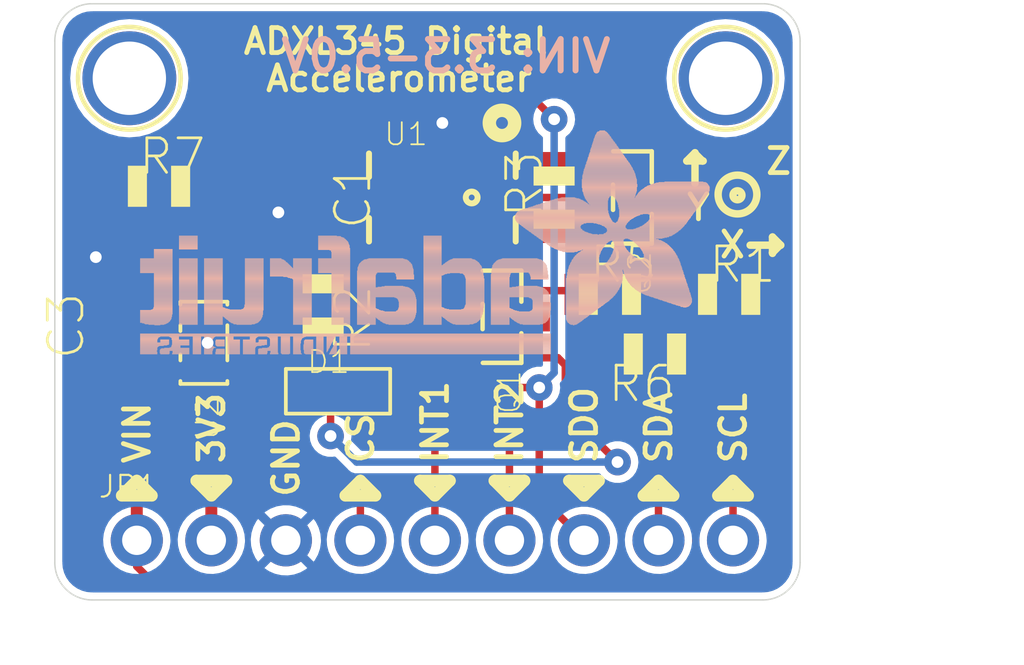
<source format=kicad_pcb>
(kicad_pcb (version 20211014) (generator pcbnew)
  (layers (0 "F.Cu" signal) (31 "B.Cu" signal) (34 "B.Paste" user) (35 "F.Paste" user) (36 "B.SilkS" user "B.Silkscreen") (37 "F.SilkS" user "F.Silkscreen") (38 "B.Mask" user) (39 "F.Mask" user) (44 "Edge.Cuts" user))
  (net 0 "")
  (net 1 "GND")
  (net 2 "CS")
  (net 3 "INT1")
  (net 4 "INT2")
  (net 5 "SCL")
  (net 6 "SDA/SDIO")
  (net 7 "SDO/ADDR")
  (net 8 "3.3V")
  (net 9 "VIN")
  (net 10 "CS_5V")
  (net 11 "SDA/SDIO_5V")
  (net 12 "SCL_5V")
  (footprint "boardEagle:R0805" (layer "F.Cu") (at 139.3571 101.0666)
    (fp_text reference "R7" (at -0.762 -1.016) (layer "F.SilkS") (effects (font (size 1.176528 1.176528) (thickness 0.093472)) (justify left)))
    (fp_text value "10K")
    (pad "1" smd rect (at -1 0) (size 1.1 1.4) (layers "F.Cu" "F.Paste" "F.Mask") (net 1 "GND"))
    (pad "2" smd rect (at 1 0) (size 1.1 1.4) (layers "F.Cu" "F.Paste" "F.Mask") (net 7 "SDO/ADDR"))
  )
  (footprint "boardEagle:MOUNTINGHOLE_2.5_PLATED" (layer "F.Cu") (at 138.3411 97.3836)
    (fp_text reference "U$6" hide)
    (fp_text value "MOUNTINGHOLE2.5" hide)
    (pad "P$1" thru_hole circle (at 0 0) (size 3.2 3.2) (drill 2.5) (layers *.Cu *.Mask))
    (zone (net 0) (net_name "") (layer "B.Cu") (connect_pads (clearance 0)) (min_thickness 0.254)
      (keepout (tracks not_allowed) (vias not_allowed) (pads not_allowed) (copperpour not_allowed) (footprints allowed))
      (fill (thermal_gap 0.508) (thermal_bridge_width 0.508))
      (polygon (pts (xy 140.3571 97.3836) (xy 140.326472 97.033525) (xy 140.23552 96.694087) (xy 140.087007 96.3756) (xy 139.885446 96.08774) (xy 139.63696 95.839254) (xy 139.3491 95.637693) (xy 139.030613 95.48918) (xy 138.691175 95.398228) (xy 138.3411 95.3676) (xy 137.991025 95.398228) (xy 137.651587 95.48918) (xy 137.3331 95.637693) (xy 137.04524 95.839254) (xy 136.796754 96.08774) (xy 136.595193 96.3756) (xy 136.44668 96.694087) (xy 136.355728 97.033525) (xy 136.3251 97.3836) (xy 136.355728 97.733675) (xy 136.44668 98.073113) (xy 136.595193 98.3916) (xy 136.796754 98.67946) (xy 137.04524 98.927946) (xy 137.3331 99.129507) (xy 137.651587 99.27802) (xy 137.991025 99.368972) (xy 138.3411 99.3996) (xy 138.691175 99.368972) (xy 139.030613 99.27802) (xy 139.3491 99.129507) (xy 139.63696 98.927946) (xy 139.885446 98.67946) (xy 140.087007 98.3916) (xy 140.23552 98.073113) (xy 140.326472 97.733675)))
      (polygon (pts (xy 138.3251 97.3836) (xy 138.325343 97.386378) (xy 138.326065 97.389072) (xy 138.327244 97.3916) (xy 138.328843 97.393885) (xy 138.330815 97.395857) (xy 138.3331 97.397456) (xy 138.335628 97.398635) (xy 138.338322 97.399357) (xy 138.3411 97.3996) (xy 138.343878 97.399357) (xy 138.346572 97.398635) (xy 138.3491 97.397456) (xy 138.351385 97.395857) (xy 138.353357 97.393885) (xy 138.354956 97.3916) (xy 138.356135 97.389072) (xy 138.356857 97.386378) (xy 138.3571 97.3836) (xy 138.356857 97.380822) (xy 138.356135 97.378128) (xy 138.354956 97.3756) (xy 138.353357 97.373315) (xy 138.351385 97.371343) (xy 138.3491 97.369744) (xy 138.346572 97.368565) (xy 138.343878 97.367843) (xy 138.3411 97.3676) (xy 138.338322 97.367843) (xy 138.335628 97.368565) (xy 138.3331 97.369744) (xy 138.330815 97.371343) (xy 138.328843 97.373315) (xy 138.327244 97.3756) (xy 138.326065 97.378128) (xy 138.325343 97.380822)))
    )
  )
  (footprint "boardEagle:FIDUCIAL_1MM" (layer "F.Cu") (at 141.7193 97.917)
    (fp_text reference "U$1" hide)
    (fp_text value "FIDUCIAL" hide)
    (pad "1" smd roundrect (at 0 0) (size 1 1) (layers "F.Cu") (roundrect_rratio 0.5))
  )
  (footprint "boardEagle:1X09_ROUND_70" (layer "F.Cu") (at 148.7551 113.1316)
    (fp_text reference "JP1" (at -11.5062 -1.8288) (layer "F.SilkS") (effects (font (size 0.739648 0.739648) (thickness 0.073152)) (justify left)))
    (fp_text value "")
    (pad "1" thru_hole circle (at -10.16 0 90) (size 1.778 1.778) (drill 1) (layers *.Cu *.Mask) (net 9 "VIN"))
    (pad "2" thru_hole circle (at -7.62 0 90) (size 1.778 1.778) (drill 1) (layers *.Cu *.Mask) (net 8 "3.3V"))
    (pad "3" thru_hole circle (at -5.08 0 90) (size 1.778 1.778) (drill 1) (layers *.Cu *.Mask) (net 1 "GND"))
    (pad "4" thru_hole circle (at -2.54 0 90) (size 1.778 1.778) (drill 1) (layers *.Cu *.Mask) (net 10 "CS_5V"))
    (pad "5" thru_hole circle (at 0 0 90) (size 1.778 1.778) (drill 1) (layers *.Cu *.Mask) (net 3 "INT1"))
    (pad "6" thru_hole circle (at 2.54 0 90) (size 1.778 1.778) (drill 1) (layers *.Cu *.Mask) (net 4 "INT2"))
    (pad "7" thru_hole circle (at 5.08 0 90) (size 1.778 1.778) (drill 1) (layers *.Cu *.Mask) (net 7 "SDO/ADDR"))
    (pad "8" thru_hole circle (at 7.62 0 90) (size 1.778 1.778) (drill 1) (layers *.Cu *.Mask) (net 11 "SDA/SDIO_5V"))
    (pad "9" thru_hole circle (at 10.16 0 90) (size 1.778 1.778) (drill 1) (layers *.Cu *.Mask) (net 12 "SCL_5V"))
  )
  (footprint "boardEagle:LGA14" (layer "F.Cu") (at 149.0091 101.4476)
    (fp_text reference "U1" (at -2.032 -2.159) (layer "F.SilkS") (effects (font (size 0.752978 0.752978) (thickness 0.059822)) (justify left)))
    (fp_text value "")
    (pad "1" smd rect (at 2 -1.1) (size 0.5 1.2) (layers "F.Cu" "F.Paste" "F.Mask") (net 8 "3.3V"))
    (pad "2" smd rect (at 1.2 -1.1 180) (size 0.5 1.2) (layers "F.Cu" "F.Paste" "F.Mask") (net 1 "GND"))
    (pad "3" smd rect (at 0.4 -1.1 180) (size 0.5 1.2) (layers "F.Cu" "F.Paste" "F.Mask"))
    (pad "4" smd rect (at -0.4 -1.1 180) (size 0.5 1.2) (layers "F.Cu" "F.Paste" "F.Mask") (net 1 "GND"))
    (pad "5" smd rect (at -1.2 -1.1 180) (size 0.5 1.2) (layers "F.Cu" "F.Paste" "F.Mask") (net 1 "GND"))
    (pad "6" smd rect (at -2 -1.1 180) (size 0.5 1.2) (layers "F.Cu" "F.Paste" "F.Mask") (net 8 "3.3V"))
    (pad "7" smd rect (at -2.1 0 270) (size 0.5 1.2) (layers "F.Cu" "F.Paste" "F.Mask") (net 2 "CS"))
    (pad "8" smd rect (at -2 1.1 180) (size 0.5 1.2) (layers "F.Cu" "F.Paste" "F.Mask") (net 3 "INT1"))
    (pad "9" smd rect (at -1.2 1.1 180) (size 0.5 1.2) (layers "F.Cu" "F.Paste" "F.Mask") (net 4 "INT2"))
    (pad "10" smd rect (at -0.4 1.1) (size 0.5 1.2) (layers "F.Cu" "F.Paste" "F.Mask"))
    (pad "11" smd rect (at 0.4 1.1) (size 0.5 1.2) (layers "F.Cu" "F.Paste" "F.Mask"))
    (pad "12" smd rect (at 1.2 1.1) (size 0.5 1.2) (layers "F.Cu" "F.Paste" "F.Mask") (net 7 "SDO/ADDR"))
    (pad "13" smd rect (at 2 1.1) (size 0.5 1.2) (layers "F.Cu" "F.Paste" "F.Mask") (net 6 "SDA/SDIO"))
    (pad "14" smd rect (at 2.1 0 90) (size 0.5 1.2) (layers "F.Cu" "F.Paste" "F.Mask") (net 5 "SCL"))
  )
  (footprint "boardEagle:R0805" (layer "F.Cu") (at 152.8191 101.4476 90)
    (fp_text reference "R3" (at -0.762 -1.016 90) (layer "F.SilkS") (effects (font (size 1.176528 1.176528) (thickness 0.093472)) (justify left)))
    (fp_text value "10K")
    (pad "1" smd rect (at -1 0 90) (size 1.1 1.4) (layers "F.Cu" "F.Paste" "F.Mask") (net 6 "SDA/SDIO"))
    (pad "2" smd rect (at 1 0 90) (size 1.1 1.4) (layers "F.Cu" "F.Paste" "F.Mask") (net 8 "3.3V"))
  )
  (footprint "boardEagle:SOT23-5" (layer "F.Cu") (at 140.8811 106.4006 -90)
    (fp_text reference "U2" (at 1.778 -0.127 90) (layer "F.SilkS") (effects (font (size 0.752978 0.752978) (thickness 0.059822)) (justify right)))
    (fp_text value "")
    (pad "1" smd rect (at -0.95 1.3001 270) (size 0.55 1.2) (layers "F.Cu" "F.Paste" "F.Mask") (net 9 "VIN"))
    (pad "2" smd rect (at 0 1.3001 270) (size 0.55 1.2) (layers "F.Cu" "F.Paste" "F.Mask") (net 1 "GND"))
    (pad "3" smd rect (at 0.95 1.3001 270) (size 0.55 1.2) (layers "F.Cu" "F.Paste" "F.Mask") (net 9 "VIN"))
    (pad "4" smd rect (at 0.95 -1.3001 270) (size 0.55 1.2) (layers "F.Cu" "F.Paste" "F.Mask"))
    (pad "5" smd rect (at -0.95 -1.3001 270) (size 0.55 1.2) (layers "F.Cu" "F.Paste" "F.Mask") (net 8 "3.3V"))
  )
  (footprint "boardEagle:SOT23-WIDE" (layer "F.Cu") (at 151.0411 105.5116 -90)
    (fp_text reference "Q1" (at 1.778 -0.254 90) (layer "F.SilkS") (effects (font (size 0.752978 0.752978) (thickness 0.059822)) (justify right)))
    (fp_text value "BSS138")
    (pad "1" smd rect (at -0.95 1 270) (size 1 1.27) (layers "F.Cu" "F.Paste" "F.Mask") (net 8 "3.3V"))
    (pad "2" smd rect (at 0.95 1 270) (size 1 1.27) (layers "F.Cu" "F.Paste" "F.Mask") (net 6 "SDA/SDIO"))
    (pad "3" smd rect (at 0 -1 270) (size 1 1.27) (layers "F.Cu" "F.Paste" "F.Mask") (net 11 "SDA/SDIO_5V"))
  )
  (footprint "boardEagle:R0805" (layer "F.Cu") (at 156.2481 106.7816 180)
    (fp_text reference "R6" (at -0.762 -1.016) (layer "F.SilkS") (effects (font (size 1.176528 1.176528) (thickness 0.093472)) (justify right)))
    (fp_text value "10K")
    (pad "1" smd rect (at -1 0 180) (size 1.1 1.4) (layers "F.Cu" "F.Paste" "F.Mask") (net 12 "SCL_5V"))
    (pad "2" smd rect (at 1 0 180) (size 1.1 1.4) (layers "F.Cu" "F.Paste" "F.Mask") (net 9 "VIN"))
  )
  (footprint "boardEagle:R0805" (layer "F.Cu") (at 154.7241 104.7496)
    (fp_text reference "R5" (at -0.762 -1.016) (layer "F.SilkS") (effects (font (size 1.176528 1.176528) (thickness 0.093472)) (justify left)))
    (fp_text value "10K")
    (pad "1" smd rect (at -1 0) (size 1.1 1.4) (layers "F.Cu" "F.Paste" "F.Mask") (net 11 "SDA/SDIO_5V"))
    (pad "2" smd rect (at 1 0) (size 1.1 1.4) (layers "F.Cu" "F.Paste" "F.Mask") (net 9 "VIN"))
  )
  (footprint "boardEagle:MOUNTINGHOLE_2.5_PLATED" (layer "F.Cu") (at 158.6611 97.3836)
    (fp_text reference "U$4" hide)
    (fp_text value "MOUNTINGHOLE2.5" hide)
    (pad "P$1" thru_hole circle (at 0 0) (size 3.2 3.2) (drill 2.5) (layers *.Cu *.Mask))
    (zone (net 0) (net_name "") (layer "B.Cu") (connect_pads (clearance 0)) (min_thickness 0.254)
      (keepout (tracks not_allowed) (vias not_allowed) (pads not_allowed) (copperpour not_allowed) (footprints allowed))
      (fill (thermal_gap 0.508) (thermal_bridge_width 0.508))
      (polygon (pts (xy 160.6771 97.3836) (xy 160.646472 97.033525) (xy 160.55552 96.694087) (xy 160.407007 96.3756) (xy 160.205446 96.08774) (xy 159.95696 95.839254) (xy 159.6691 95.637693) (xy 159.350613 95.48918) (xy 159.011175 95.398228) (xy 158.6611 95.3676) (xy 158.311025 95.398228) (xy 157.971587 95.48918) (xy 157.6531 95.637693) (xy 157.36524 95.839254) (xy 157.116754 96.08774) (xy 156.915193 96.3756) (xy 156.76668 96.694087) (xy 156.675728 97.033525) (xy 156.6451 97.3836) (xy 156.675728 97.733675) (xy 156.76668 98.073113) (xy 156.915193 98.3916) (xy 157.116754 98.67946) (xy 157.36524 98.927946) (xy 157.6531 99.129507) (xy 157.971587 99.27802) (xy 158.311025 99.368972) (xy 158.6611 99.3996) (xy 159.011175 99.368972) (xy 159.350613 99.27802) (xy 159.6691 99.129507) (xy 159.95696 98.927946) (xy 160.205446 98.67946) (xy 160.407007 98.3916) (xy 160.55552 98.073113) (xy 160.646472 97.733675)))
      (polygon (pts (xy 158.6451 97.3836) (xy 158.645343 97.386378) (xy 158.646065 97.389072) (xy 158.647244 97.3916) (xy 158.648843 97.393885) (xy 158.650815 97.395857) (xy 158.6531 97.397456) (xy 158.655628 97.398635) (xy 158.658322 97.399357) (xy 158.6611 97.3996) (xy 158.663878 97.399357) (xy 158.666572 97.398635) (xy 158.6691 97.397456) (xy 158.671385 97.395857) (xy 158.673357 97.393885) (xy 158.674956 97.3916) (xy 158.676135 97.389072) (xy 158.676857 97.386378) (xy 158.6771 97.3836) (xy 158.676857 97.380822) (xy 158.676135 97.378128) (xy 158.674956 97.3756) (xy 158.673357 97.373315) (xy 158.671385 97.371343) (xy 158.6691 97.369744) (xy 158.666572 97.368565) (xy 158.663878 97.367843) (xy 158.6611 97.3676) (xy 158.658322 97.367843) (xy 158.655628 97.368565) (xy 158.6531 97.369744) (xy 158.650815 97.371343) (xy 158.648843 97.373315) (xy 158.647244 97.3756) (xy 158.646065 97.378128) (xy 158.645343 97.380822)))
    )
  )
  (footprint "boardEagle:SOD-323" (layer "F.Cu") (at 145.4531 108.0516)
    (fp_text reference "D1" (at -1.1 -1) (layer "F.SilkS") (effects (font (size 0.752978 0.752978) (thickness 0.059822)) (justify left)))
    (fp_text value "1N4148")
    (pad "A" smd rect (at 1.2 0) (size 0.8 0.8) (layers "F.Cu" "F.Paste" "F.Mask") (net 2 "CS"))
    (pad "C" smd rect (at -1.2 0) (size 0.8 0.8) (layers "F.Cu" "F.Paste" "F.Mask") (net 10 "CS_5V"))
  )
  (footprint "boardEagle:R0805" (layer "F.Cu") (at 144.9451 105.1306 -90)
    (fp_text reference "R2" (at -0.762 -1.016 90) (layer "F.SilkS") (effects (font (size 1.176528 1.176528) (thickness 0.093472)) (justify right)))
    (fp_text value "10K")
    (pad "1" smd rect (at -1 0 270) (size 1.1 1.4) (layers "F.Cu" "F.Paste" "F.Mask") (net 2 "CS"))
    (pad "2" smd rect (at 1 0 270) (size 1.1 1.4) (layers "F.Cu" "F.Paste" "F.Mask") (net 8 "3.3V"))
  )
  (footprint "boardEagle:C0805" (layer "F.Cu") (at 144.9451 101.0666 -90)
    (fp_text reference "C1" (at -0.889 -1.016 90) (layer "F.SilkS") (effects (font (size 1.176528 1.176528) (thickness 0.093472)) (justify right)))
    (fp_text value "0.1uF")
    (pad "1" smd rect (at -0.85 0 270) (size 1.3 1.5) (layers "F.Cu" "F.Paste" "F.Mask") (net 8 "3.3V"))
    (pad "2" smd rect (at 0.85 0 270) (size 1.3 1.5) (layers "F.Cu" "F.Paste" "F.Mask") (net 1 "GND"))
  )
  (footprint "boardEagle:R0805" (layer "F.Cu") (at 158.7881 104.7496)
    (fp_text reference "R1" (at -0.762 -1.016) (layer "F.SilkS") (effects (font (size 1.176528 1.176528) (thickness 0.093472)) (justify left)))
    (fp_text value "10K")
    (pad "1" smd rect (at -1 0) (size 1.1 1.4) (layers "F.Cu" "F.Paste" "F.Mask") (net 5 "SCL"))
    (pad "2" smd rect (at 1 0) (size 1.1 1.4) (layers "F.Cu" "F.Paste" "F.Mask") (net 8 "3.3V"))
  )
  (footprint "boardEagle:SOT23-WIDE" (layer "F.Cu") (at 155.4861 101.4476 -90)
    (fp_text reference "Q2" (at 1.778 -0.254 90) (layer "F.SilkS") (effects (font (size 0.752978 0.752978) (thickness 0.059822)) (justify right)))
    (fp_text value "BSS138")
    (pad "1" smd rect (at -0.95 1 270) (size 1 1.27) (layers "F.Cu" "F.Paste" "F.Mask") (net 8 "3.3V"))
    (pad "2" smd rect (at 0.95 1 270) (size 1 1.27) (layers "F.Cu" "F.Paste" "F.Mask") (net 5 "SCL"))
    (pad "3" smd rect (at 0 -1 270) (size 1 1.27) (layers "F.Cu" "F.Paste" "F.Mask") (net 12 "SCL_5V"))
  )
  (footprint "boardEagle:FIDUCIAL_1MM" (layer "F.Cu") (at 159.5501 107.0356)
    (fp_text reference "U$3" hide)
    (fp_text value "FIDUCIAL" hide)
    (pad "1" smd roundrect (at 0 0) (size 1 1) (layers "F.Cu") (roundrect_rratio 0.5))
  )
  (footprint "boardEagle:C0805" (layer "F.Cu") (at 137.1981 106.1466 90)
    (fp_text reference "C3" (at -0.889 -1.016 90) (layer "F.SilkS") (effects (font (size 1.176528 1.176528) (thickness 0.093472)) (justify left)))
    (fp_text value "10µF")
    (pad "1" smd rect (at -0.85 0 90) (size 1.3 1.5) (layers "F.Cu" "F.Paste" "F.Mask") (net 9 "VIN"))
    (pad "2" smd rect (at 0.85 0 90) (size 1.3 1.5) (layers "F.Cu" "F.Paste" "F.Mask") (net 1 "GND"))
  )
  (footprint "boardEagle:ADAFRUIT_TEXT_20MM" (layer "B.Cu") (at 158.2801 106.7816 180)
    (fp_text reference "U$7" hide)
    (fp_text value "" hide)
  )
  (gr_line (start 157.6197 100.965) (end 157.6197 99.949) (layer "F.SilkS") (width 0.254))
  (gr_line (start 159.4993 103.0732) (end 160.5153 103.0732) (layer "F.SilkS") (width 0.254))
  (gr_line (start 160.5153 103.0732) (end 160.5407 103.0732) (layer "F.SilkS") (width 0.254))
  (gr_line (start 156.8831 111.6076) (end 156.3751 111.0996) (layer "F.SilkS") (width 0.4064))
  (gr_line (start 150.7871 111.0996) (end 151.8031 111.0996) (layer "F.SilkS") (width 0.4064))
  (gr_line (start 138.0871 111.6076) (end 139.1031 111.6076) (layer "F.SilkS") (width 0.4064))
  (gr_line (start 153.8351 111.6076) (end 153.3271 111.0996) (layer "F.SilkS") (width 0.4064))
  (gr_circle (center 159.0675 101.3714) (end 159.0929 101.3714) (layer "F.SilkS") (width 0.254) (fill none))
  (gr_line (start 157.6197 99.949) (end 157.6197 99.9236) (layer "F.SilkS") (width 0.254))
  (gr_line (start 148.7551 111.6076) (end 149.2631 111.0996) (layer "F.SilkS") (width 0.4064))
  (gr_line (start 156.3751 111.0996) (end 155.8671 111.6076) (layer "F.SilkS") (width 0.4064))
  (gr_line (start 148.2471 111.0996) (end 148.7551 111.6076) (layer "F.SilkS") (width 0.4064))
  (gr_line (start 151.8031 111.0996) (end 151.2951 111.6076) (layer "F.SilkS") (width 0.4064))
  (gr_line (start 145.7071 111.6076) (end 146.7231 111.6076) (layer "F.SilkS") (width 0.4064))
  (gr_line (start 140.6271 111.0996) (end 141.6431 111.0996) (layer "F.SilkS") (width 0.4064))
  (gr_line (start 149.2631 111.0996) (end 148.2471 111.0996) (layer "F.SilkS") (width 0.4064))
  (gr_line (start 160.5407 103.0732) (end 160.2613 102.7938) (layer "F.SilkS") (width 0.254))
  (gr_circle (center 151.0411 98.9076) (end 151.2443 98.9076) (layer "F.SilkS") (width 0.4572) (fill none))
  (gr_line (start 157.3403 100.203) (end 157.8737 100.203) (layer "F.SilkS") (width 0.254))
  (gr_line (start 159.4231 111.6076) (end 158.9151 111.0996) (layer "F.SilkS") (width 0.4064))
  (gr_line (start 141.6431 111.0996) (end 141.1351 111.6076) (layer "F.SilkS") (width 0.4064))
  (gr_line (start 158.9151 111.0996) (end 158.4071 111.6076) (layer "F.SilkS") (width 0.4064))
  (gr_line (start 146.2151 111.0996) (end 145.7071 111.6076) (layer "F.SilkS") (width 0.4064))
  (gr_line (start 157.6197 99.9236) (end 157.3403 100.203) (layer "F.SilkS") (width 0.254))
  (gr_line (start 146.7231 111.6076) (end 146.2151 111.0996) (layer "F.SilkS") (width 0.4064))
  (gr_line (start 151.2951 111.6076) (end 150.7871 111.0996) (layer "F.SilkS") (width 0.4064))
  (gr_line (start 155.8671 111.6076) (end 156.8831 111.6076) (layer "F.SilkS") (width 0.4064))
  (gr_line (start 141.1351 111.6076) (end 140.6271 111.0996) (layer "F.SilkS") (width 0.4064))
  (gr_line (start 157.8737 100.203) (end 157.6197 99.949) (layer "F.SilkS") (width 0.254))
  (gr_line (start 160.2613 102.7938) (end 160.2613 103.3272) (layer "F.SilkS") (width 0.254))
  (gr_line (start 153.3271 111.0996) (end 154.3431 111.0996) (layer "F.SilkS") (width 0.4064))
  (gr_line (start 160.2613 103.3526) (end 160.2613 103.3272) (layer "F.SilkS") (width 0.254))
  (gr_line (start 160.2613 103.3272) (end 160.5153 103.0732) (layer "F.SilkS") (width 0.254))
  (gr_line (start 139.1031 111.6076) (end 138.5951 111.0996) (layer "F.SilkS") (width 0.4064))
  (gr_line (start 154.3431 111.0996) (end 153.8351 111.6076) (layer "F.SilkS") (width 0.4064))
  (gr_line (start 138.5951 111.0996) (end 138.0871 111.6076) (layer "F.SilkS") (width 0.4064))
  (gr_line (start 158.4071 111.6076) (end 159.4231 111.6076) (layer "F.SilkS") (width 0.4064))
  (gr_line (start 157.8991 100.203) (end 157.8737 100.203) (layer "F.SilkS") (width 0.254))
  (gr_circle (center 159.0675 101.346) (end 159.7279 101.346) (layer "F.SilkS") (width 0.254) (fill none))
  (gr_arc (start 159.9311 94.8436) (mid 160.829126 95.215574) (end 161.2011 96.1136) (layer "Edge.Cuts") (width 0.05))
  (gr_arc (start 161.2011 113.8936) (mid 160.829126 114.791626) (end 159.9311 115.1636) (layer "Edge.Cuts") (width 0.05))
  (gr_line (start 135.8011 113.8936) (end 135.8011 96.1136) (layer "Edge.Cuts") (width 0.05))
  (gr_line (start 161.2011 96.1136) (end 161.2011 113.8936) (layer "Edge.Cuts") (width 0.05))
  (gr_arc (start 137.0711 115.1636) (mid 136.173074 114.791626) (end 135.8011 113.8936) (layer "Edge.Cuts") (width 0.05))
  (gr_line (start 137.0711 94.8436) (end 159.9311 94.8436) (layer "Edge.Cuts") (width 0.05))
  (gr_line (start 159.9311 115.1636) (end 137.0711 115.1636) (layer "Edge.Cuts") (width 0.05))
  (gr_arc (start 135.8011 96.1136) (mid 136.173074 95.215574) (end 137.0711 94.8436) (layer "Edge.Cuts") (width 0.05))
  (gr_text "VIN: 3.3-5.0V" (at 154.8511 97.2566) (layer "B.SilkS") (effects (font (size 1.0668 1.0668) (thickness 0.2032)) (justify left bottom mirror)))
  (gr_text "Z" (at 159.9565 100.711) (layer "F.SilkS") (effects (font (size 0.85344 0.85344) (thickness 0.16256)) (justify left bottom)))
  (gr_text "INT1" (at 149.2631 110.5916 90) (layer "F.SilkS") (effects (font (size 0.85344 0.85344) (thickness 0.16256)) (justify left bottom)))
  (gr_text "SDA" (at 156.8831 110.5916 90) (layer "F.SilkS") (effects (font (size 0.85344 0.85344) (thickness 0.16256)) (justify left bottom)))
  (gr_text "SCL" (at 159.4231 110.5916 90) (layer "F.SilkS") (effects (font (size 0.85344 0.85344) (thickness 0.16256)) (justify left bottom)))
  (gr_text "CS" (at 146.7231 110.5916 90) (layer "F.SilkS") (effects (font (size 0.85344 0.85344) (thickness 0.16256)) (justify left bottom)))
  (gr_text "INT2" (at 151.8031 110.5916 90) (layer "F.SilkS") (effects (font (size 0.85344 0.85344) (thickness 0.16256)) (justify left bottom)))
  (gr_text "3V3" (at 141.6431 110.5916 90) (layer "F.SilkS") (effects (font (size 0.85344 0.85344) (thickness 0.16256)) (justify left bottom)))
  (gr_text "SDO" (at 154.3431 110.5916 90) (layer "F.SilkS") (effects (font (size 0.85344 0.85344) (thickness 0.16256)) (justify left bottom)))
  (gr_text "Y" (at 157.2641 102.2858) (layer "F.SilkS") (effects (font (size 0.85344 0.85344) (thickness 0.16256)) (justify left bottom)))
  (gr_text "ADXL345 Digital" (at 142.1511 96.6216) (layer "F.SilkS") (effects (font (size 0.85344 0.85344) (thickness 0.16256)) (justify left bottom)))
  (gr_text "GND" (at 144.1831 111.7346 90) (layer "F.SilkS") (effects (font (size 0.85344 0.85344) (thickness 0.16256)) (justify left bottom)))
  (gr_text "X" (at 158.3817 103.5558) (layer "F.SilkS") (effects (font (size 0.85344 0.85344) (thickness 0.16256)) (justify left bottom)))
  (gr_text "VIN" (at 139.1031 110.5916 90) (layer "F.SilkS") (effects (font (size 0.85344 0.85344) (thickness 0.16256)) (justify left bottom)))
  (gr_text "Accelerometer" (at 142.9131 97.8916) (layer "F.SilkS") (effects (font (size 0.85344 0.85344) (thickness 0.16256)) (justify left bottom)))
  (segment (start 144.8181 102.0436) (end 144.9451 101.9166) (width 0.254) (layer "F.Cu") (net 1))
  (segment (start 138.0921 102.5856) (end 137.1981 103.4796) (width 0.254) (layer "F.Cu") (net 1))
  (segment (start 147.8091 99.2186) (end 148.1201 98.9076) (width 0.254) (layer "F.Cu") (net 1))
  (segment (start 138.3571 101.0666) (end 138.3571 102.3206) (width 0.254) (layer "F.Cu") (net 1))
  (segment (start 148.6091 99.3076) (end 149.0091 98.9076) (width 0.254) (layer "F.Cu") (net 1))
  (segment (start 150.2091 100.3476) (end 150.2091 99.0916) (width 0.254) (layer "F.Cu") (net 1))
  (segment (start 139.581 106.4006) (end 141.0081 106.4006) (width 0.254) (layer "F.Cu") (net 1))
  (segment (start 148.1201 98.9076) (end 149.0091 98.9076) (width 0.254) (layer "F.Cu") (net 1))
  (segment (start 148.6091 100.3476) (end 148.6091 99.3076) (width 0.254) (layer "F.Cu") (net 1))
  (segment (start 143.5091 102.0436) (end 143.4211 101.9556) (width 0.254) (layer "F.Cu") (net 1))
  (segment (start 138.3571 102.3206) (end 138.0921 102.5856) (width 0.254) (layer "F.Cu") (net 1))
  (segment (start 150.2091 99.0916) (end 150.0251 98.9076) (width 0.254) (layer "F.Cu") (net 1))
  (segment (start 143.5091 102.0436) (end 144.8181 102.0436) (width 0.254) (layer "F.Cu") (net 1))
  (segment (start 150.0251 98.9076) (end 149.0091 98.9076) (width 0.254) (layer "F.Cu") (net 1))
  (segment (start 147.8091 100.3476) (end 147.8091 99.2186) (width 0.254) (layer "F.Cu") (net 1))
  (segment (start 137.1981 105.2966) (end 137.1981 103.4796) (width 0.254) (layer "F.Cu") (net 1))
  (via (at 141.0081 106.4006) (size 0.908) (drill 0.4) (layers "F.Cu" "B.Cu") (net 1))
  (via (at 143.4211 101.9556) (size 0.908) (drill 0.4) (layers "F.Cu" "B.Cu") (net 1))
  (via (at 137.1981 103.4796) (size 0.908) (drill 0.4) (layers "F.Cu" "B.Cu") (net 1))
  (via (at 149.0091 98.9076) (size 0.908) (drill 0.4) (layers "F.Cu" "B.Cu") (net 1))
  (segment (start 137.1981 103.4796) (end 137.1981 103.7336) (width 0.254) (layer "B.Cu") (net 1))
  (segment (start 143.4211 101.9556) (end 143.4211 101.7016) (width 0.254) (layer "B.Cu") (net 1))
  (segment (start 146.9091 101.4476) (end 146.3421 101.4476) (width 0.254) (layer "F.Cu") (net 2))
  (segment (start 146.2151 101.5746) (end 146.2151 104.1146) (width 0.254) (layer "F.Cu") (net 2))
  (segment (start 146.1991 104.1306) (end 146.2151 104.1146) (width 0.254) (layer "F.Cu") (net 2))
  (segment (start 144.9451 104.1306) (end 146.1991 104.1306) (width 0.254) (layer "F.Cu") (net 2))
  (segment (start 146.6531 108.0516) (end 146.6531 104.5846) (width 0.254) (layer "F.Cu") (net 2))
  (segment (start 146.3421 101.4476) (end 146.2151 101.5746) (width 0.254) (layer "F.Cu") (net 2))
  (segment (start 146.6531 104.5846) (end 146.1991 104.1306) (width 0.254) (layer "F.Cu") (net 2))
  (segment (start 147.0091 102.5476) (end 147.0091 103.3846) (width 0.254) (layer "F.Cu") (net 3))
  (segment (start 147.0091 103.3846) (end 147.0091 103.5116) (width 0.254) (layer "F.Cu") (net 3))
  (segment (start 147.4851 103.9876) (end 147.1041 103.6066) (width 0.254) (layer "F.Cu") (net 3))
  (segment (start 148.7551 109.4486) (end 148.7551 113.1316) (width 0.254) (layer "F.Cu") (net 3))
  (segment (start 147.4851 108.1786) (end 148.7551 109.4486) (width 0.254) (layer "F.Cu") (net 3))
  (segment (start 147.4851 106.9086) (end 147.4851 103.9876) (width 0.254) (layer "F.Cu") (net 3))
  (segment (start 147.0091 103.5116) (end 147.1041 103.6066) (width 0.254) (layer "F.Cu") (net 3))
  (segment (start 147.4851 106.9086) (end 147.4851 108.1786) (width 0.254) (layer "F.Cu") (net 3))
  (segment (start 150.7871 108.4326) (end 151.2951 108.9406) (width 0.254) (layer "F.Cu") (net 4))
  (segment (start 148.6281 108.4326) (end 150.7871 108.4326) (width 0.254) (layer "F.Cu") (net 4))
  (segment (start 148.1201 107.9246) (end 148.6281 108.4326) (width 0.254) (layer "F.Cu") (net 4))
  (segment (start 147.8091 102.5476) (end 147.8091 103.2956) (width 0.254) (layer "F.Cu") (net 4))
  (segment (start 147.9931 107.7976) (end 147.9931 103.4796) (width 0.254) (layer "F.Cu") (net 4))
  (segment (start 147.9931 103.4796) (end 147.8091 103.2956) (width 0.254) (layer "F.Cu") (net 4))
  (segment (start 148.1201 107.9246) (end 147.9931 107.7976) (width 0.254) (layer "F.Cu") (net 4))
  (segment (start 151.2951 108.9406) (end 151.2951 113.1316) (width 0.254) (layer "F.Cu") (net 4))
  (segment (start 154.4701 101.5746) (end 154.4701 102.3816) (width 0.254) (layer "F.Cu") (net 5))
  (segment (start 157.3251 102.3976) (end 157.6451 102.7176) (width 0.254) (layer "F.Cu") (net 5))
  (segment (start 154.4701 102.3816) (end 154.4861 102.3976) (width 0.254) (layer "F.Cu") (net 5))
  (segment (start 151.1091 101.4476) (end 154.3431 101.4476) (width 0.254) (layer "F.Cu") (net 5))
  (segment (start 154.4861 102.3976) (end 157.3251 102.3976) (width 0.254) (layer "F.Cu") (net 5))
  (segment (start 154.3431 101.4476) (end 154.4701 101.5746) (width 0.254) (layer "F.Cu") (net 5))
  (segment (start 157.6451 102.7176) (end 157.6451 104.7336) (width 0.254) (layer "F.Cu") (net 5))
  (segment (start 157.6451 104.7336) (end 157.7881 104.7496) (width 0.254) (layer "F.Cu") (net 5))
  (segment (start 152.7191 102.5476) (end 152.8191 102.4476) (width 0.254) (layer "F.Cu") (net 6))
  (segment (start 150.7871 106.4006) (end 150.1021 106.4006) (width 0.254) (layer "F.Cu") (net 6))
  (segment (start 150.1021 106.4006) (end 150.0411 106.4616) (width 0.254) (layer "F.Cu") (net 6))
  (segment (start 151.0091 102.5476) (end 151.0091 106.1786) (width 0.254) (layer "F.Cu") (net 6))
  (segment (start 151.0091 106.1786) (end 150.7871 106.4006) (width 0.254) (layer "F.Cu") (net 6))
  (segment (start 152.7191 102.5476) (end 151.0091 102.5476) (width 0.254) (layer "F.Cu") (net 6))
  (segment (start 149.0091 103.6066) (end 149.8981 103.6066) (width 0.254) (layer "F.Cu") (net 7))
  (segment (start 152.3111 107.9246) (end 152.1841 107.9246) (width 0.254) (layer "F.Cu") (net 7))
  (segment (start 150.2091 102.5476) (end 150.1521 102.5476) (width 0.254) (layer "F.Cu") (net 7))
  (segment (start 149.8981 103.6066) (end 150.1521 103.3526) (width 0.254) (layer "F.Cu") (net 7))
  (segment (start 152.3111 107.9246) (end 152.3111 111.6076) (width 0.254) (layer "F.Cu") (net 7))
  (segment (start 151.4221 97.3836) (end 152.8191 98.7806) (width 0.254) (layer "F.Cu") (net 7))
  (segment (start 148.8821 107.9246) (end 148.6281 107.6706) (width 0.254) (layer "F.Cu") (net 7))
  (segment (start 140.8811 99.4156) (end 140.3731 99.9236) (width 0.254) (layer "F.Cu") (net 7))
  (segment (start 152.1841 107.9246) (end 148.8821 107.9246) (width 0.254) (layer "F.Cu") (net 7))
  (segment (start 150.1521 103.3526) (end 150.1521 103.0986) (width 0.254) (layer "F.Cu") (net 7))
  (segment (start 148.5011 107.5436) (end 148.6281 107.6706) (width 0.254) (layer "F.Cu") (net 7))
  (segment (start 140.3731 101.0506) (end 140.3571 101.0666) (width 0.254) (layer "F.Cu") (net 7))
  (segment (start 142.7861 99.4156) (end 143.5481 98.6536) (width 0.254) (layer "F.Cu") (net 7))
  (segment (start 152.3111 111.6076) (end 153.8351 113.1316) (width 0.254) (layer "F.Cu") (net 7))
  (segment (start 140.3731 99.9236) (end 140.3731 101.0506) (width 0.254) (layer "F.Cu") (net 7))
  (segment (start 149.0091 103.6066) (end 148.8821 103.6066) (width 0.254) (layer "F.Cu") (net 7))
  (segment (start 148.6281 103.6066) (end 148.5011 103.7336) (width 0.254) (layer "F.Cu") (net 7))
  (segment (start 148.8821 103.6066) (end 148.6281 103.6066) (width 0.254) (layer "F.Cu") (net 7))
  (segment (start 145.5801 98.6536) (end 146.8501 97.3836) (width 0.254) (layer "F.Cu") (net 7))
  (segment (start 146.8501 97.3836) (end 151.4221 97.3836) (width 0.254) (layer "F.Cu") (net 7))
  (segment (start 150.1521 102.5476) (end 150.1521 103.0986) (width 0.254) (layer "F.Cu") (net 7))
  (segment (start 142.7861 99.4156) (end 140.8811 99.4156) (width 0.254) (layer "F.Cu") (net 7))
  (segment (start 143.5481 98.6536) (end 145.5801 98.6536) (width 0.254) (layer "F.Cu") (net 7))
  (segment (start 150.1521 103.0986) (end 150.1521 102.6046) (width 0.254) (layer "F.Cu") (net 7))
  (segment (start 148.5011 103.7336) (end 148.5011 107.5436) (width 0.254) (layer "F.Cu") (net 7))
  (via (at 152.3111 107.9246) (size 0.908) (drill 0.4) (layers "F.Cu" "B.Cu") (net 7))
  (via (at 152.8191 98.7806) (size 0.908) (drill 0.4) (layers "F.Cu" "B.Cu") (net 7))
  (segment (start 152.8191 107.4166) (end 152.3111 107.9246) (width 0.254) (layer "B.Cu") (net 7))
  (segment (start 152.8191 98.7806) (end 152.8191 107.4166) (width 0.254) (layer "B.Cu") (net 7))
  (segment (start 142.7861 100.3046) (end 142.0241 101.0666) (width 0.4064) (layer "F.Cu") (net 8))
  (segment (start 143.4051 106.1306) (end 143.2941 106.0196) (width 0.4064) (layer "F.Cu") (net 8))
  (segment (start 143.6751 105.0036) (end 143.6751 103.4796) (width 0.4064) (layer "F.Cu") (net 8))
  (segment (start 143.2941 105.5166) (end 143.2281 105.4506) (width 0.4064) (layer "F.Cu") (net 8))
  (segment (start 143.2941 106.0196) (end 143.2941 105.5166) (width 0.4064) (layer "F.Cu") (net 8))
  (segment (start 152.7191 100.3476) (end 152.8191 100.4476) (width 0.4064) (layer "F.Cu") (net 8))
  (segment (start 151.4221 107.4166) (end 151.9301 106.9086) (width 0.254) (layer "F.Cu") (net 8))
  (segment (start 141.1351 113.1316) (end 141.1351 110.2106) (width 0.4064) (layer "F.Cu") (net 8))
  (segment (start 143.2281 105.4506) (end 143.5481 105.1306) (width 0.4064) (layer "F.Cu") (net 8))
  (segment (start 147.8661 98.0186) (end 150.5331 98.0186) (width 0.254) (layer "F.Cu") (net 8))
  (segment (start 153.2001 108.6866) (end 154.9781 110.4646) (width 0.254) (layer "F.Cu") (net 8))
  (segment (start 159.6771 100.6856) (end 159.6771 104.7336) (width 0.4064) (layer "F.Cu") (net 8))
  (segment (start 143.5481 100.3046) (end 142.7861 100.3046) (width 0.4064) (layer "F.Cu") (net 8))
  (segment (start 154.4361 100.4476) (end 154.4861 100.4976) (width 0.4064) (layer "F.Cu") (net 8))
  (segment (start 143.6751 103.4796) (end 143.0401 102.8446) (width 0.4064) (layer "F.Cu") (net 8))
  (segment (start 142.0241 101.0666) (end 142.0241 101.8286) (width 0.4064) (layer "F.Cu") (net 8))
  (segment (start 151.9301 106.9086) (end 152.9461 106.9086) (width 0.254) (layer "F.Cu") (net 8))
  (segment (start 151.0411 98.5266) (end 151.0411 100.3156) (width 0.254) (layer "F.Cu") (net 8))
  (segment (start 147.0091 100.3476) (end 147.0091 98.8756) (width 0.254) (layer "F.Cu") (net 8))
  (segment (start 145.1991 109.5756) (end 145.1991 106.3846) (width 0.254) (layer "F.Cu") (net 8))
  (segment (start 149.0091 107.2896) (end 149.1361 107.4166) (width 0.254) (layer "F.Cu") (net 8))
  (segment (start 151.0091 100.3476) (end 152.8191 100.3476) (width 0.254) (layer "F.Cu") (net 8))
  (segment (start 159.6771 104.7336) (end 159.7881 104.7496) (width 0.4064) (layer "F.Cu") (net 8))
  (segment (start 153.2001 107.1626) (end 153.2001 108.6866) (width 0.254) (layer "F.Cu") (net 8))
  (segment (start 142.1812 105.4506) (end 143.2281 105.4506) (width 0.4064) (layer "F.Cu") (net 8))
  (segment (start 150.5331 98.0186) (end 151.0411 98.5266) (width 0.254) (layer "F.Cu") (net 8))
  (segment (start 143.5481 105.1306) (end 143.6751 105.0036) (width 0.4064) (layer "F.Cu") (net 8))
  (segment (start 143.0401 102.8446) (end 142.6591 102.4636) (width 0.4064) (layer "F.Cu") (net 8))
  (segment (start 149.1361 107.4166) (end 151.4221 107.4166) (width 0.254) (layer "F.Cu") (net 8))
  (segment (start 144.9451 106.1306) (end 143.4051 106.1306) (width 0.4064) (layer "F.Cu") (net 8))
  (segment (start 154.4861 100.4976) (end 159.4891 100.4976) (width 0.4064) (layer "F.Cu") (net 8))
  (segment (start 149.0091 104.7496) (end 149.0091 107.2896) (width 0.254) (layer "F.Cu") (net 8))
  (segment (start 141.1351 110.2106) (end 143.2941 108.0516) (width 0.4064) (layer "F.Cu") (net 8))
  (segment (start 151.0411 100.3156) (end 151.0091 100.3476) (width 0.254) (layer "F.Cu") (net 8))
  (segment (start 147.0051 100.3436) (end 145.0721 100.3436) (width 0.4064) (layer "F.Cu") (net 8))
  (segment (start 144.8571 100.3046) (end 144.9451 100.2166) (width 0.4064) (layer "F.Cu") (net 8))
  (segment (start 159.4891 100.4976) (end 159.6771 100.6856) (width 0.4064) (layer "F.Cu") (net 8))
  (segment (start 152.8191 100.4476) (end 154.4361 100.4476) (width 0.4064) (layer "F.Cu") (net 8))
  (segment (start 142.6591 102.4636) (end 142.0241 101.8286) (width 0.4064) (layer "F.Cu") (net 8))
  (segment (start 143.5481 100.3046) (end 144.8571 100.3046) (width 0.4064) (layer "F.Cu") (net 8))
  (segment (start 145.1991 106.3846) (end 144.9451 106.1306) (width 0.254) (layer "F.Cu") (net 8))
  (segment (start 149.1971 104.5616) (end 149.0091 104.7496) (width 0.254) (layer "F.Cu") (net 8))
  (segment (start 145.0721 100.3436) (end 144.9451 100.2166) (width 0.4064) (layer "F.Cu") (net 8))
  (segment (start 143.2941 108.0516) (end 143.2941 106.0196) (width 0.4064) (layer "F.Cu") (net 8))
  (segment (start 152.8191 100.3476) (end 152.8191 100.4476) (width 0.254) (layer "F.Cu") (net 8))
  (segment (start 150.0411 104.5616) (end 149.1971 104.5616) (width 0.254) (layer "F.Cu") (net 8))
  (segment (start 147.0091 98.8756) (end 147.8661 98.0186) (width 0.254) (layer "F.Cu") (net 8))
  (segment (start 152.9461 106.9086) (end 153.2001 107.1626) (width 0.254) (layer "F.Cu") (net 8))
  (via (at 154.9781 110.4646) (size 0.908) (drill 0.4) (layers "F.Cu" "B.Cu") (net 8))
  (via (at 145.1991 109.5756) (size 0.908) (drill 0.4) (layers "F.Cu" "B.Cu") (net 8))
  (segment (start 154.9781 110.4646) (end 146.0881 110.4646) (width 0.254) (layer "B.Cu") (net 8))
  (segment (start 146.0881 110.4646) (end 145.1991 109.5756) (width 0.254) (layer "B.Cu") (net 8))
  (segment (start 157.6451 114.1476) (end 157.2641 114.5286) (width 0.254) (layer "F.Cu") (net 9))
  (segment (start 139.1031 114.5286) (end 138.5951 114.0206) (width 0.254) (layer "F.Cu") (net 9))
  (segment (start 155.4701 106.5596) (end 155.2481 106.7816) (width 0.4064) (layer "F.Cu") (net 9))
  (segment (start 157.2641 114.5286) (end 139.1031 114.5286) (width 0.254) (layer "F.Cu") (net 9))
  (segment (start 138.7341 107.3506) (end 138.5071 106.9966) (width 0.4064) (layer "F.Cu") (net 9))
  (segment (start 137.1981 106.9966) (end 138.5071 106.9966) (width 0.4064) (layer "F.Cu") (net 9))
  (segment (start 138.5071 106.9966) (end 138.4681 106.9086) (width 0.4064) (layer "F.Cu") (net 9))
  (segment (start 157.6451 110.9726) (end 157.6451 114.1476) (width 0.254) (layer "F.Cu") (net 9))
  (segment (start 155.7241 104.7496) (end 155.4701 106.5596) (width 0.4064) (layer "F.Cu") (net 9))
  (segment (start 138.6561 105.4506) (end 138.4681 105.6386) (width 0.4064) (layer "F.Cu") (net 9))
  (segment (start 155.2481 108.5756) (end 157.5181 110.8456) (width 0.254) (layer "F.Cu") (net 9))
  (segment (start 157.5181 110.8456) (end 157.6451 110.9726) (width 0.254) (layer "F.Cu") (net 9))
  (segment (start 138.5951 114.0206) (end 138.5951 113.1316) (width 0.254) (layer "F.Cu") (net 9))
  (segment (start 137.1981 107.9246) (end 137.1981 106.9966) (width 0.4064) (layer "F.Cu") (net 9))
  (segment (start 139.581 105.4506) (end 138.6561 105.4506) (width 0.4064) (layer "F.Cu") (net 9))
  (segment (start 139.581 107.3506) (end 138.7341 107.3506) (width 0.4064) (layer "F.Cu") (net 9))
  (segment (start 138.5951 113.1316) (end 138.5951 109.3216) (width 0.4064) (layer "F.Cu") (net 9))
  (segment (start 155.2481 106.7816) (end 155.2481 108.5756) (width 0.254) (layer "F.Cu") (net 9))
  (segment (start 138.5951 109.3216) (end 137.1981 107.9246) (width 0.4064) (layer "F.Cu") (net 9))
  (segment (start 138.4681 105.6386) (end 138.4681 106.9086) (width 0.4064) (layer "F.Cu") (net 9))
  (segment (start 144.2531 108.0516) (end 144.2531 109.8996) (width 0.254) (layer "F.Cu") (net 10))
  (segment (start 144.2531 109.8996) (end 146.2151 111.8616) (width 0.254) (layer "F.Cu") (net 10))
  (segment (start 146.2151 111.8616) (end 146.2151 113.1316) (width 0.254) (layer "F.Cu") (net 10))
  (segment (start 156.3751 110.5916) (end 156.3751 113.1316) (width 0.254) (layer "F.Cu") (net 11))
  (segment (start 152.3111 104.6226) (end 153.5971 104.6226) (width 0.254) (layer "F.Cu") (net 11))
  (segment (start 153.7241 105.7656) (end 153.7241 107.9406) (width 0.254) (layer "F.Cu") (net 11))
  (segment (start 153.7241 107.9406) (end 156.3751 110.5916) (width 0.254) (layer "F.Cu") (net 11))
  (segment (start 152.0411 105.5116) (end 152.0411 104.8926) (width 0.254) (layer "F.Cu") (net 11))
  (segment (start 152.0411 104.8926) (end 152.1841 104.7496) (width 0.254) (layer "F.Cu") (net 11))
  (segment (start 153.7241 104.7496) (end 153.7241 105.7656) (width 0.254) (layer "F.Cu") (net 11))
  (segment (start 152.1841 104.7496) (end 152.3111 104.6226) (width 0.254) (layer "F.Cu") (net 11))
  (segment (start 153.5971 104.6226) (end 153.7241 104.7496) (width 0.254) (layer "F.Cu") (net 11))
  (segment (start 158.9151 109.8296) (end 157.2641 108.1786) (width 0.254) (layer "F.Cu") (net 12))
  (segment (start 158.7881 106.0196) (end 158.0261 106.7816) (width 0.254) (layer "F.Cu") (net 12))
  (segment (start 158.9151 113.1316) (end 158.9151 109.8296) (width 0.254) (layer "F.Cu") (net 12))
  (segment (start 158.0261 106.7816) (end 157.2481 106.7816) (width 0.254) (layer "F.Cu") (net 12))
  (segment (start 158.1531 101.4476) (end 158.7881 102.0826) (width 0.254) (layer "F.Cu") (net 12))
  (segment (start 156.4861 101.4476) (end 158.1531 101.4476) (width 0.254) (layer "F.Cu") (net 12))
  (segment (start 157.2641 108.1786) (end 157.2641 106.7976) (width 0.254) (layer "F.Cu") (net 12))
  (segment (start 157.2641 106.7976) (end 157.2481 106.7816) (width 0.254) (layer "F.Cu") (net 12))
  (segment (start 158.7881 102.0826) (end 158.7881 106.0196) (width 0.254) (layer "F.Cu") (net 12))
  (zone (net 1) (net_name "GND") (layer "B.Cu") (priority 6) (connect_pads (clearance 0.254)) (min_thickness 0.127) (fill yes (thermal_gap 0.304) (thermal_bridge_width 0.304))
    (polygon (pts (xy 161.3281 115.2906) (xy 135.6741 115.2906) (xy 135.6741 94.7166) (xy 161.3281 94.7166)))
  )
)
</source>
